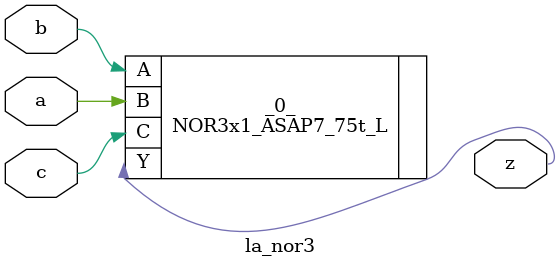
<source format=v>
/* Generated by Yosys 0.37 (git sha1 a5c7f69ed, clang 14.0.0-1ubuntu1.1 -fPIC -Os) */

module la_nor3(a, b, c, z);
  input a;
  wire a;
  input b;
  wire b;
  input c;
  wire c;
  output z;
  wire z;
  NOR3x1_ASAP7_75t_L _0_ (
    .A(b),
    .B(a),
    .C(c),
    .Y(z)
  );
endmodule

</source>
